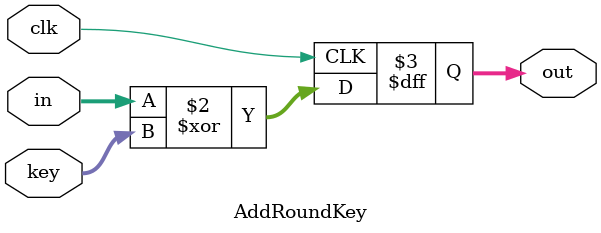
<source format=v>
module AddRoundKey(
    input clk,
    input [127:0] in,
    input [127:0] key,
    output reg [127:0] out
);

    always @(posedge clk) begin
        out <= in ^ key;
    end

endmodule
</source>
